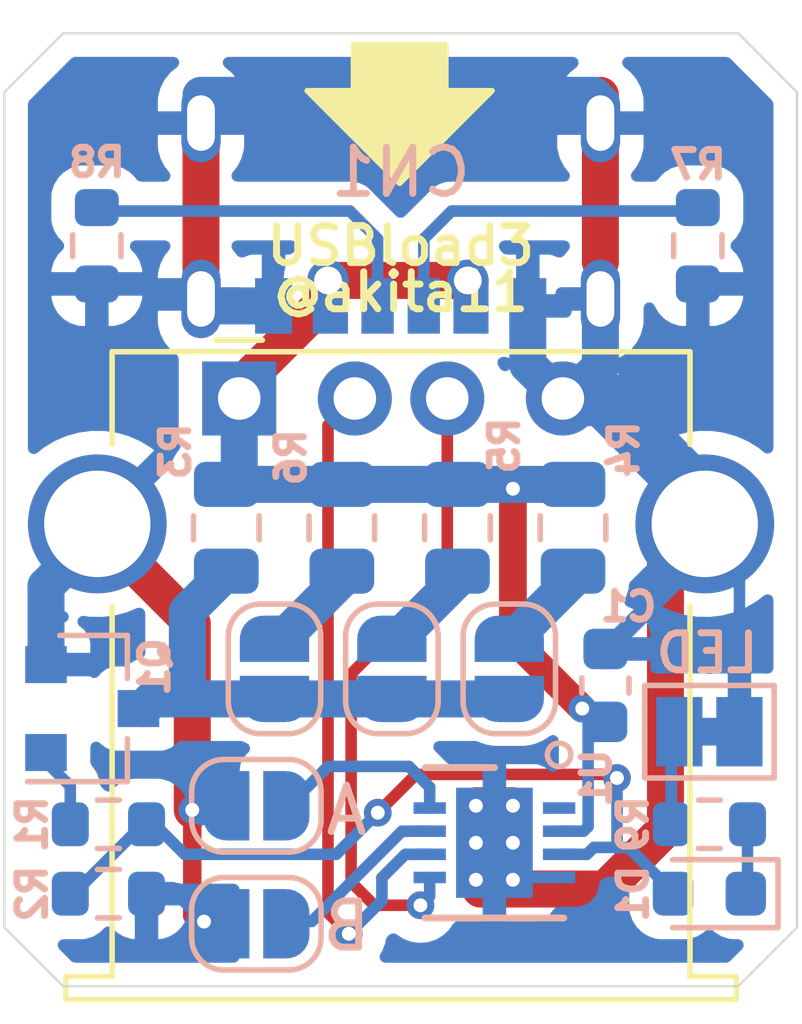
<source format=kicad_pcb>
(kicad_pcb (version 20211014) (generator pcbnew)
  (layers (0 "F.Cu" signal) (31 "B.Cu" signal) (34 "B.Paste" user) (35 "F.Paste" user) (36 "B.SilkS" user "B.Silkscreen") (37 "F.SilkS" user "F.Silkscreen") (38 "B.Mask" user) (39 "F.Mask" user) (44 "Edge.Cuts" user))
  (net 0 "")
  (net 1 "GND")
  (net 2 "+5VD")
  (net 3 "Net-(JP3-Pad1)")
  (net 4 "Net-(Q1-Pad1)")
  (net 5 "Net-(JP3-Pad2)")
  (net 6 "Net-(JP4-Pad2)")
  (net 7 "Net-(JP5-Pad2)")
  (net 8 "/UDP")
  (net 9 "/UDM")
  (net 10 "/MD0")
  (net 11 "/MD1")
  (net 13 "Net-(D1-Pad1)")
  (net 14 "Net-(CN1-PadA5)")
  (net 15 "Net-(CN1-PadB5)")
  (net 16 "/LOAD")
  (net 17 "Net-(JP6-Pad1)")
  (footprint "Connector_USB:USB_A_Stewart_SS-52100-001_Horizontal" (layer "F.Cu") (at 5.08 7.89)
    (fp_text reference "J3" hide)
    (fp_text value "USB_A")
    (fp_line (start 9.75 0.99) (end 9.75 -1.01) (layer "F.SilkS") (width 0.12))
    (fp_line (start -2.75 4.49) (end -2.75 12.49) (layer "F.SilkS") (width 0.12))
    (fp_line (start -2.75 -1.01) (end -2.75 0.99) (layer "F.SilkS") (width 0.12))
    (fp_line (start -3.75 12.49) (end -3.75 12.99) (layer "F.SilkS") (width 0.12))
    (fp_line (start -0.5 -1.26) (end 0.5 -1.26) (layer "F.SilkS") (width 0.12))
    (fp_line (start -3.75 12.99) (end 10.75 12.99) (layer "F.SilkS") (width 0.12))
    (fp_line (start -2.75 12.49) (end -3.75 12.49) (layer "F.SilkS") (width 0.12))
    (fp_line (start 9.75 12.49) (end 9.75 4.49) (layer "F.SilkS") (width 0.12))
    (fp_line (start 10.75 12.49) (end 9.75 12.49) (layer "F.SilkS") (width 0.12))
    (fp_line (start 9.75 -1.01) (end -2.75 -1.01) (layer "F.SilkS") (width 0.12))
    (fp_line (start 10.75 12.99) (end 10.75 12.49) (layer "F.SilkS") (width 0.12))
    (pad "1" thru_hole rect locked (at 0 0) (size 1.6 1.6) (drill 0.92) (layers *.Cu *.Mask) (net 2 "+5VD"))
    (pad "2" thru_hole circle locked (at 2.5 0) (size 1.6 1.6) (drill 0.92) (layers *.Cu *.Mask) (net 9 "/UDM"))
    (pad "3" thru_hole circle locked (at 4.5 0) (size 1.6 1.6) (drill 0.92) (layers *.Cu *.Mask) (net 8 "/UDP"))
    (pad "4" thru_hole circle locked (at 7 0) (size 1.6 1.6) (drill 0.92) (layers *.Cu *.Mask) (net 1 "GND"))
    (pad "5" thru_hole circle locked (at 10.07 2.71) (size 3 3) (drill 2.3) (layers *.Cu *.Mask) (net 1 "GND"))
    (pad "5" thru_hole circle locked (at -3.07 2.71) (size 3 3) (drill 2.3) (layers *.Cu *.Mask) (net 1 "GND"))
  )
  (footprint "Resistor_SMD:R_0805_2012Metric" (layer "B.Cu") (at 12.3 10.684 -90)
    (fp_text reference "R4" (at -1.694 -1.1 90) (layer "B.SilkS") (effects (font (size 0.6 0.6)) (justify mirror)))
    (fp_text value "51")
    (fp_line (start -0.258578 0.71) (end 0.258578 0.71) (layer "B.SilkS") (width 0.12))
    (fp_line (start -0.258578 -0.71) (end 0.258578 -0.71) (layer "B.SilkS") (width 0.12))
    (pad "1" smd roundrect locked (at -0.9375 0 270) (size 0.975 1.4) (layers "B.Cu" "B.Paste" "B.Mask") (net 2 "+5VD"))
    (pad "2" smd roundrect locked (at 0.9375 0 270) (size 0.975 1.4) (layers "B.Cu" "B.Paste" "B.Mask") (net 5 "Net-(JP3-Pad2)"))
  )
  (footprint "Jumper:SolderJumper-2_P1.3mm_Open_RoundedPad1.0x1.5mm" (layer "B.Cu") (at 8.382 13.732 90)
    (fp_text reference "JP4" hide)
    (fp_text value "SolderJumper_2_Open")
    (fp_line (start 0.7 -1) (end -0.7 -1) (layer "B.SilkS") (width 0.12))
    (fp_line (start -0.7 1) (end 0.7 1) (layer "B.SilkS") (width 0.12))
    (fp_line (start -1.4 -0.3) (end -1.4 0.3) (layer "B.SilkS") (width 0.12))
    (fp_line (start 1.4 0.3) (end 1.4 -0.3) (layer "B.SilkS") (width 0.12))
    (fp_arc (start 0.7 -1) (mid 1.194975 -0.794975) (end 1.4 -0.3) (layer "B.SilkS") (width 0.12))
    (fp_arc (start -0.7 1) (mid -1.194975 0.794975) (end -1.4 0.3) (layer "B.SilkS") (width 0.12))
    (fp_arc (start 1.4 0.3) (mid 1.194975 0.794975) (end 0.7 1) (layer "B.SilkS") (width 0.12))
    (fp_arc (start -1.4 -0.3) (mid -1.194975 -0.794975) (end -0.7 -1) (layer "B.SilkS") (width 0.12))
    (pad "1" smd custom locked (at -0.65 0 90) (size 1 0.5) (layers "B.Cu" "B.Mask") (net 3 "Net-(JP3-Pad1)") (options (clearance outline) (anchor rect)) (primitives (gr_circle (center 0 -0.25) (end 0.5 -0.25) (width 0) (fill yes)) (gr_circle (center 0 0.25) (end 0.5 0.25) (width 0) (fill yes)) (gr_poly (pts (xy 0.5 0.75) (xy 0 0.75) (xy 0 -0.75) (xy 0.5 -0.75)) (width 0) (fill yes))))
    (pad "2" smd custom locked (at 0.65 0 90) (size 1 0.5) (layers "B.Cu" "B.Mask") (net 6 "Net-(JP4-Pad2)") (options (clearance outline) (anchor rect)) (primitives (gr_circle (center 0 -0.25) (end 0.5 -0.25) (width 0) (fill yes)) (gr_circle (center 0 0.25) (end 0.5 0.25) (width 0) (fill yes)) (gr_poly (pts (xy 0 0.75) (xy -0.5 0.75) (xy -0.5 -0.75) (xy 0 -0.75)) (width 0) (fill yes))))
  )
  (footprint "Package_TO_SOT_SMD:SOT-23" (layer "B.Cu") (at 1.9 14.59)
    (fp_text reference "Q1" (at 1.35 -0.9 90) (layer "B.SilkS") (effects (font (size 0.6 0.6)) (justify mirror)))
    (fp_text value "SMD-MOSFET-N-CH-20V-2.1A-CJ2302_SOT-23_")
    (fp_line (start 0.76 1.58) (end -1.4 1.58) (layer "B.SilkS") (width 0.12))
    (fp_line (start 0.76 1.58) (end 0.76 0.65) (layer "B.SilkS") (width 0.12))
    (fp_line (start 0.76 -1.58) (end 0.76 -0.65) (layer "B.SilkS") (width 0.12))
    (fp_line (start 0.76 -1.58) (end -0.7 -1.58) (layer "B.SilkS") (width 0.12))
    (pad "1" smd rect locked (at -1 0.95) (size 0.9 0.8) (layers "B.Cu" "B.Paste" "B.Mask") (net 4 "Net-(Q1-Pad1)"))
    (pad "2" smd rect locked (at -1 -0.95) (size 0.9 0.8) (layers "B.Cu" "B.Paste" "B.Mask") (net 1 "GND"))
    (pad "3" smd rect locked (at 1 0) (size 0.9 0.8) (layers "B.Cu" "B.Paste" "B.Mask") (net 3 "Net-(JP3-Pad1)"))
  )
  (footprint "Jumper:SolderJumper-2_P1.3mm_Open_RoundedPad1.0x1.5mm" (layer "B.Cu") (at 10.922 13.732 90)
    (fp_text reference "JP3" hide)
    (fp_text value "SolderJumper_2_Open")
    (fp_line (start -0.7 1) (end 0.7 1) (layer "B.SilkS") (width 0.12))
    (fp_line (start 0.7 -1) (end -0.7 -1) (layer "B.SilkS") (width 0.12))
    (fp_line (start 1.4 0.3) (end 1.4 -0.3) (layer "B.SilkS") (width 0.12))
    (fp_line (start -1.4 -0.3) (end -1.4 0.3) (layer "B.SilkS") (width 0.12))
    (fp_arc (start -1.4 -0.3) (mid -1.194975 -0.794975) (end -0.7 -1) (layer "B.SilkS") (width 0.12))
    (fp_arc (start 1.4 0.3) (mid 1.194975 0.794975) (end 0.7 1) (layer "B.SilkS") (width 0.12))
    (fp_arc (start -0.7 1) (mid -1.194975 0.794975) (end -1.4 0.3) (layer "B.SilkS") (width 0.12))
    (fp_arc (start 0.7 -1) (mid 1.194975 -0.794975) (end 1.4 -0.3) (layer "B.SilkS") (width 0.12))
    (pad "1" smd custom locked (at -0.65 0 90) (size 1 0.5) (layers "B.Cu" "B.Mask") (net 3 "Net-(JP3-Pad1)") (options (clearance outline) (anchor rect)) (primitives (gr_circle (center 0 -0.25) (end 0.5 -0.25) (width 0) (fill yes)) (gr_circle (center 0 0.25) (end 0.5 0.25) (width 0) (fill yes)) (gr_poly (pts (xy 0.5 0.75) (xy 0 0.75) (xy 0 -0.75) (xy 0.5 -0.75)) (width 0) (fill yes))))
    (pad "2" smd custom locked (at 0.65 0 90) (size 1 0.5) (layers "B.Cu" "B.Mask") (net 5 "Net-(JP3-Pad2)") (options (clearance outline) (anchor rect)) (primitives (gr_circle (center 0 -0.25) (end 0.5 -0.25) (width 0) (fill yes)) (gr_circle (center 0 0.25) (end 0.5 0.25) (width 0) (fill yes)) (gr_poly (pts (xy 0 0.75) (xy -0.5 0.75) (xy -0.5 -0.75) (xy 0 -0.75)) (width 0) (fill yes))))
  )
  (footprint "Jumper:SolderJumper-2_P1.3mm_Open_RoundedPad1.0x1.5mm" (layer "B.Cu") (at 5.45 19.24)
    (fp_text reference "JP1" hide)
    (fp_text value "SolderJumper_2_Open")
    (fp_line (start -1.4 -0.3) (end -1.4 0.3) (layer "B.SilkS") (width 0.12))
    (fp_line (start -0.7 1) (end 0.7 1) (layer "B.SilkS") (width 0.12))
    (fp_line (start 0.7 -1) (end -0.7 -1) (layer "B.SilkS") (width 0.12))
    (fp_line (start 1.4 0.3) (end 1.4 -0.3) (layer "B.SilkS") (width 0.12))
    (fp_arc (start -0.7 1) (mid -1.194975 0.794975) (end -1.4 0.3) (layer "B.SilkS") (width 0.12))
    (fp_arc (start 1.4 0.3) (mid 1.194975 0.794975) (end 0.7 1) (layer "B.SilkS") (width 0.12))
    (fp_arc (start 0.7 -1) (mid 1.194975 -0.794975) (end 1.4 -0.3) (layer "B.SilkS") (width 0.12))
    (fp_arc (start -1.4 -0.3) (mid -1.194975 -0.794975) (end -0.7 -1) (layer "B.SilkS") (width 0.12))
    (pad "1" smd custom locked (at -0.65 0) (size 1 0.5) (layers "B.Cu" "B.Mask") (net 1 "GND") (options (clearance outline) (anchor rect)) (primitives (gr_circle (center 0 -0.25) (end 0.5 -0.25) (width 0) (fill yes)) (gr_circle (center 0 0.25) (end 0.5 0.25) (width 0) (fill yes)) (gr_poly (pts (xy 0.5 0.75) (xy 0 0.75) (xy 0 -0.75) (xy 0.5 -0.75)) (width 0) (fill yes))))
    (pad "2" smd custom locked (at 0.65 0) (size 1 0.5) (layers "B.Cu" "B.Mask") (net 10 "/MD0") (options (clearance outline) (anchor rect)) (primitives (gr_circle (center 0 -0.25) (end 0.5 -0.25) (width 0) (fill yes)) (gr_circle (center 0 0.25) (end 0.5 0.25) (width 0) (fill yes)) (gr_poly (pts (xy 0 0.75) (xy -0.5 0.75) (xy -0.5 -0.75) (xy 0 -0.75)) (width 0) (fill yes))))
  )
  (footprint "Jumper:SolderJumper-2_P1.3mm_Open_RoundedPad1.0x1.5mm" (layer "B.Cu") (at 5.842 13.732 90)
    (fp_text reference "JP5" hide)
    (fp_text value "SolderJumper_2_Open")
    (fp_line (start 0.7 -1) (end -0.7 -1) (layer "B.SilkS") (width 0.12))
    (fp_line (start -0.7 1) (end 0.7 1) (layer "B.SilkS") (width 0.12))
    (fp_line (start 1.4 0.3) (end 1.4 -0.3) (layer "B.SilkS") (width 0.12))
    (fp_line (start -1.4 -0.3) (end -1.4 0.3) (layer "B.SilkS") (width 0.12))
    (fp_arc (start 0.7 -1) (mid 1.194975 -0.794975) (end 1.4 -0.3) (layer "B.SilkS") (width 0.12))
    (fp_arc (start 1.4 0.3) (mid 1.194975 0.794975) (end 0.7 1) (layer "B.SilkS") (width 0.12))
    (fp_arc (start -0.7 1) (mid -1.194975 0.794975) (end -1.4 0.3) (layer "B.SilkS") (width 0.12))
    (fp_arc (start -1.4 -0.3) (mid -1.194975 -0.794975) (end -0.7 -1) (layer "B.SilkS") (width 0.12))
    (pad "1" smd custom locked (at -0.65 0 90) (size 1 0.5) (layers "B.Cu" "B.Mask") (net 3 "Net-(JP3-Pad1)") (options (clearance outline) (anchor rect)) (primitives (gr_circle (center 0 -0.25) (end 0.5 -0.25) (width 0) (fill yes)) (gr_circle (center 0 0.25) (end 0.5 0.25) (width 0) (fill yes)) (gr_poly (pts (xy 0.5 0.75) (xy 0 0.75) (xy 0 -0.75) (xy 0.5 -0.75)) (width 0) (fill yes))))
    (pad "2" smd custom locked (at 0.65 0 90) (size 1 0.5) (layers "B.Cu" "B.Mask") (net 7 "Net-(JP5-Pad2)") (options (clearance outline) (anchor rect)) (primitives (gr_circle (center 0 -0.25) (end 0.5 -0.25) (width 0) (fill yes)) (gr_circle (center 0 0.25) (end 0.5 0.25) (width 0) (fill yes)) (gr_poly (pts (xy 0 0.75) (xy -0.5 0.75) (xy -0.5 -0.75) (xy 0 -0.75)) (width 0) (fill yes))))
  )
  (footprint "Resistor_SMD:R_0805_2012Metric" (layer "B.Cu") (at 9.8 10.684 -90)
    (fp_text reference "R5" (at -1.778 -1.016 90) (layer "B.SilkS") (effects (font (size 0.6 0.6)) (justify mirror)))
    (fp_text value "51")
    (fp_line (start -0.258578 0.71) (end 0.258578 0.71) (layer "B.SilkS") (width 0.12))
    (fp_line (start -0.258578 -0.71) (end 0.258578 -0.71) (layer "B.SilkS") (width 0.12))
    (pad "1" smd roundrect locked (at -0.9375 0 270) (size 0.975 1.4) (layers "B.Cu" "B.Paste" "B.Mask") (net 2 "+5VD"))
    (pad "2" smd roundrect locked (at 0.9375 0 270) (size 0.975 1.4) (layers "B.Cu" "B.Paste" "B.Mask") (net 6 "Net-(JP4-Pad2)"))
  )
  (footprint "Jumper:SolderJumper-2_P1.3mm_Open_RoundedPad1.0x1.5mm" (layer "B.Cu") (at 5.45 16.69)
    (fp_text reference "JP2" hide)
    (fp_text value "SolderJumper_2_Open")
    (fp_line (start -0.7 1) (end 0.7 1) (layer "B.SilkS") (width 0.12))
    (fp_line (start 1.4 0.3) (end 1.4 -0.3) (layer "B.SilkS") (width 0.12))
    (fp_line (start -1.4 -0.3) (end -1.4 0.3) (layer "B.SilkS") (width 0.12))
    (fp_line (start 0.7 -1) (end -0.7 -1) (layer "B.SilkS") (width 0.12))
    (fp_arc (start 1.4 0.3) (mid 1.194975 0.794975) (end 0.7 1) (layer "B.SilkS") (width 0.12))
    (fp_arc (start -1.4 -0.3) (mid -1.194975 -0.794975) (end -0.7 -1) (layer "B.SilkS") (width 0.12))
    (fp_arc (start -0.7 1) (mid -1.194975 0.794975) (end -1.4 0.3) (layer "B.SilkS") (width 0.12))
    (fp_arc (start 0.7 -1) (mid 1.194975 -0.794975) (end 1.4 -0.3) (layer "B.SilkS") (width 0.12))
    (pad "1" smd custom locked (at -0.65 0) (size 1 0.5) (layers "B.Cu" "B.Mask") (net 1 "GND") (options (clearance outline) (anchor rect)) (primitives (gr_circle (center 0 -0.25) (end 0.5 -0.25) (width 0) (fill yes)) (gr_circle (center 0 0.25) (end 0.5 0.25) (width 0) (fill yes)) (gr_poly (pts (xy 0.5 0.75) (xy 0 0.75) (xy 0 -0.75) (xy 0.5 -0.75)) (width 0) (fill yes))))
    (pad "2" smd custom locked (at 0.65 0) (size 1 0.5) (layers "B.Cu" "B.Mask") (net 11 "/MD1") (options (clearance outline) (anchor rect)) (primitives (gr_circle (center 0 -0.25) (end 0.5 -0.25) (width 0) (fill yes)) (gr_circle (center 0 0.25) (end 0.5 0.25) (width 0) (fill yes)) (gr_poly (pts (xy 0 0.75) (xy -0.5 0.75) (xy -0.5 -0.75) (xy 0 -0.75)) (width 0) (fill yes))))
  )
  (footprint "Resistor_SMD:R_0805_2012Metric" (layer "B.Cu") (at 4.8 10.684 -90)
    (fp_text reference "R3" (at -1.651 1.1 90) (layer "B.SilkS") (effects (font (size 0.6 0.6)) (justify mirror)))
    (fp_text value "51")
    (fp_line (start -0.258578 0.71) (end 0.258578 0.71) (layer "B.SilkS") (width 0.12))
    (fp_line (start -0.258578 -0.71) (end 0.258578 -0.71) (layer "B.SilkS") (width 0.12))
    (pad "1" smd roundrect locked (at -0.9375 0 270) (size 0.975 1.4) (layers "B.Cu" "B.Paste" "B.Mask") (net 2 "+5VD"))
    (pad "2" smd roundrect locked (at 0.9375 0 270) (size 0.975 1.4) (layers "B.Cu" "B.Paste" "B.Mask") (net 3 "Net-(JP3-Pad1)"))
  )
  (footprint "Resistor_SMD:R_0805_2012Metric" (layer "B.Cu") (at 7.3 10.684 -90)
    (fp_text reference "R6" (at -1.524 1.1 90) (layer "B.SilkS") (effects (font (size 0.6 0.6)) (justify mirror)))
    (fp_text value "51")
    (fp_line (start -0.258578 0.71) (end 0.258578 0.71) (layer "B.SilkS") (width 0.12))
    (fp_line (start -0.258578 -0.71) (end 0.258578 -0.71) (layer "B.SilkS") (width 0.12))
    (pad "1" smd roundrect locked (at -0.9375 0 270) (size 0.975 1.4) (layers "B.Cu" "B.Paste" "B.Mask") (net 2 "+5VD"))
    (pad "2" smd roundrect locked (at 0.9375 0 270) (size 0.975 1.4) (layers "B.Cu" "B.Paste" "B.Mask") (net 7 "Net-(JP5-Pad2)"))
  )
  (footprint "Capacitor_SMD:C_0603_1608Metric" (layer "B.Cu") (at 13 14.09 -90)
    (fp_text reference "C1" (at -1.7 -0.5) (layer "B.SilkS") (effects (font (size 0.6 0.6)) (justify mirror)))
    (fp_text value "CERAMIC-100NF-50V-10%-X7R_0603_")
    (fp_line (start -0.162779 0.51) (end 0.162779 0.51) (layer "B.SilkS") (width 0.12))
    (fp_line (start -0.162779 -0.51) (end 0.162779 -0.51) (layer "B.SilkS") (width 0.12))
    (pad "1" smd roundrect locked (at -0.7875 0 270) (size 0.875 0.95) (layers "B.Cu" "B.Paste" "B.Mask") (net 1 "GND"))
    (pad "2" smd roundrect locked (at 0.7875 0 270) (size 0.875 0.95) (layers "B.Cu" "B.Paste" "B.Mask") (net 2 "+5VD"))
  )
  (footprint "Resistor_SMD:R_0603_1608Metric" (layer "B.Cu") (at 2.25 18.59)
    (fp_text reference "R2" (at -1.65 0 90) (layer "B.SilkS") (effects (font (size 0.6 0.6)) (justify mirror)))
    (fp_text value "10k")
    (fp_line (start -0.237258 0.5225) (end 0.237258 0.5225) (layer "B.SilkS") (width 0.12))
    (fp_line (start -0.237258 -0.5225) (end 0.237258 -0.5225) (layer "B.SilkS") (width 0.12))
    (pad "1" smd roundrect locked (at -0.825 0) (size 0.8 0.95) (layers "B.Cu" "B.Paste" "B.Mask") (net 16 "/LOAD"))
    (pad "2" smd roundrect locked (at 0.825 0) (size 0.8 0.95) (layers "B.Cu" "B.Paste" "B.Mask") (net 1 "GND"))
  )
  (footprint "Package_DFN_QFN:DFN-8-1EP_3x3mm_P0.5mm_EP1.66x2.38mm" (layer "B.Cu") (at 10.6 17.49 180)
    (fp_text reference "U1" (at -2.2 1.4 90) (layer "B.SilkS") (effects (font (size 0.6 0.6)) (justify mirror)))
    (fp_text value "MCU_STC8G-8P")
    (fp_line (start 0 1.625) (end 1.5 1.625) (layer "B.SilkS") (width 0.15))
    (fp_line (start -1.5 -1.625) (end 1.5 -1.625) (layer "B.SilkS") (width 0.15))
    (pad "1" smd rect locked (at -1.4 0.75 180) (size 0.7 0.25) (layers "B.Cu" "B.Paste" "B.Mask"))
    (pad "2" smd rect locked (at -1.4 0.25 180) (size 0.7 0.25) (layers "B.Cu" "B.Paste" "B.Mask") (net 2 "+5VD"))
    (pad "3" smd rect locked (at -1.4 -0.25 180) (size 0.7 0.25) (layers "B.Cu" "B.Paste" "B.Mask") (net 16 "/LOAD"))
    (pad "4" smd rect locked (at -1.4 -0.75 180) (size 0.7 0.25) (layers "B.Cu" "B.Paste" "B.Mask") (net 1 "GND"))
    (pad "5" smd rect locked (at 1.4 -0.75 180) (size 0.7 0.25) (layers "B.Cu" "B.Paste" "B.Mask") (net 8 "/UDP"))
    (pad "6" smd rect locked (at 1.4 -0.25 180) (size 0.7 0.25) (layers "B.Cu" "B.Paste" "B.Mask") (net 9 "/UDM"))
    (pad "7" smd rect locked (at 1.4 0.25 180) (size 0.7 0.25) (layers "B.Cu" "B.Paste" "B.Mask") (net 10 "/MD0"))
    (pad "8" smd rect locked (at 1.4 0.75 180) (size 0.7 0.25) (layers "B.Cu" "B.Paste" "B.Mask") (net 11 "/MD1"))
    (pad "9" smd rect locked (at 0 0 180) (size 1.66 2.38) (layers "B.Cu" "B.Mask") (net 1 "GND"))
  )
  (footprint "Resistor_SMD:R_0603_1608Metric" (layer "B.Cu") (at 15 4.59 90)
    (fp_text reference "R7" (at 1.75 0) (layer "B.SilkS") (effects (font (size 0.6 0.6)) (justify mirror)))
    (fp_text value "5.1k")
    (fp_line (start -0.237258 0.5225) (end 0.237258 0.5225) (layer "B.SilkS") (width 0.12))
    (fp_line (start -0.237258 -0.5225) (end 0.237258 -0.5225) (layer "B.SilkS") (width 0.12))
    (pad "1" smd roundrect locked (at -0.825 0 90) (size 0.8 0.95) (layers "B.Cu" "B.Paste" "B.Mask") (net 1 "GND"))
    (pad "2" smd roundrect locked (at 0.825 0 90) (size 0.8 0.95) (layers "B.Cu" "B.Paste" "B.Mask") (net 15 "Net-(CN1-PadB5)"))
  )
  (footprint "Resistor_SMD:R_0603_1608Metric" (layer "B.Cu") (at 15.25 17.09 180)
    (fp_text reference "R9" (at 1.65 0 90) (layer "B.SilkS") (effects (font (size 0.6 0.6)) (justify mirror)))
    (fp_text value "10k")
    (fp_line (start -0.237258 0.5225) (end 0.237258 0.5225) (layer "B.SilkS") (width 0.12))
    (fp_line (start -0.237258 -0.5225) (end 0.237258 -0.5225) (layer "B.SilkS") (width 0.12))
    (pad "1" smd roundrect (at -0.825 0 180) (size 0.8 0.95) (layers "B.Cu" "B.Paste" "B.Mask") (net 13 "Net-(D1-Pad1)"))
    (pad "2" smd roundrect (at 0.825 0 180) (size 0.8 0.95) (layers "B.Cu" "B.Paste" "B.Mask") (net 17 "Net-(JP6-Pad1)"))
  )
  (footprint "Resistor_SMD:R_0603_1608Metric" (layer "B.Cu") (at 2 4.59 90)
    (fp_text reference "R8" (at 1.8 0) (layer "B.SilkS") (effects (font (size 0.6 0.6)) (justify mirror)))
    (fp_text value "5.1k")
    (fp_line (start -0.237258 0.5225) (end 0.237258 0.5225) (layer "B.SilkS") (width 0.12))
    (fp_line (start -0.237258 -0.5225) (end 0.237258 -0.5225) (layer "B.SilkS") (width 0.12))
    (pad "1" smd roundrect locked (at -0.825 0 90) (size 0.8 0.95) (layers "B.Cu" "B.Paste" "B.Mask") (net 1 "GND"))
    (pad "2" smd roundrect locked (at 0.825 0 90) (size 0.8 0.95) (layers "B.Cu" "B.Paste" "B.Mask") (net 14 "Net-(CN1-PadA5)"))
  )
  (footprint "LED_SMD:LED_0603_1608Metric" (layer "B.Cu") (at 15.25 18.59 180)
    (fp_text reference "D1" (at 1.65 0 90) (layer "B.SilkS") (effects (font (size 0.6 0.6)) (justify mirror)))
    (fp_text value "LED")
    (fp_line (start 0.8 0.735) (end -1.485 0.735) (layer "B.SilkS") (width 0.12))
    (fp_line (start -1.485 -0.735) (end 0.8 -0.735) (layer "B.SilkS") (width 0.12))
    (fp_line (start -1.485 0.735) (end -1.485 -0.735) (layer "B.SilkS") (width 0.12))
    (pad "1" smd roundrect locked (at -0.7875 0 180) (size 0.875 0.95) (layers "B.Cu" "B.Paste" "B.Mask") (net 13 "Net-(D1-Pad1)"))
    (pad "2" smd roundrect locked (at 0.7875 0 180) (size 0.875 0.95) (layers "B.Cu" "B.Paste" "B.Mask") (net 16 "/LOAD"))
  )
  (footprint "Jumper:SolderJumper-2_P1.3mm_Bridged_Pad1.0x1.5mm" (layer "B.Cu") (at 15.25 15.09)
    (fp_text reference "JP6" hide)
    (fp_text value "Jumper_2_Bridged")
    (fp_poly (pts (xy -0.25 0.3) (xy 0.25 0.3) (xy 0.25 -0.3) (xy -0.25 -0.3)) (layer "B.Cu") (width 0) (fill solid))
    (fp_line (start -1.4 1) (end 1.4 1) (layer "B.SilkS") (width 0.12))
    (fp_line (start 1.4 1) (end 1.4 -1) (layer "B.SilkS") (width 0.12))
    (fp_line (start 1.4 -1) (end -1.4 -1) (layer "B.SilkS") (width 0.12))
    (fp_line (start -1.4 -1) (end -1.4 1) (layer "B.SilkS") (width 0.12))
    (pad "1" smd rect locked (at -0.65 0) (size 1 1.5) (layers "B.Cu" "B.Mask") (net 17 "Net-(JP6-Pad1)"))
    (pad "2" smd rect locked (at 0.65 0) (size 1 1.5) (layers "B.Cu" "B.Mask") (net 1 "GND"))
  )
  (footprint "Resistor_SMD:R_0603_1608Metric" (layer "B.Cu") (at 2.25 17.09 180)
    (fp_text reference "R1" (at 1.65 0 90) (layer "B.SilkS") (effects (font (size 0.6 0.6)) (justify mirror)))
    (fp_text value "100")
    (fp_line (start -0.237258 -0.5225) (end 0.237258 -0.5225) (layer "B.SilkS") (width 0.12))
    (fp_line (start -0.237258 0.5225) (end 0.237258 0.5225) (layer "B.SilkS") (width 0.12))
    (pad "1" smd roundrect locked (at -0.825 0 180) (size 0.8 0.95) (layers "B.Cu" "B.Paste" "B.Mask") (net 16 "/LOAD"))
    (pad "2" smd roundrect locked (at 0.825 0 180) (size 0.8 0.95) (layers "B.Cu" "B.Paste" "B.Mask") (net 4 "Net-(Q1-Pad1)"))
  )
  (footprint "akita:USB-C_6P" (layer "B.Cu") (at 8.5725 3.84)
    (fp_text reference "CN1" (at 0 -0.25) (layer "B.SilkS") (effects (justify bottom mirror)))
    (fp_text value "CON_USB-C-6" hide)
    (pad "A5" smd rect (at -0.5 2.05) (size 0.7 1.2) (layers "B.Cu" "B.Paste" "B.Mask") (net 14 "Net-(CN1-PadA5)"))
    (pad "A9" smd rect (at 1.52 2.05) (size 0.76 1.2) (layers "B.Cu" "B.Paste" "B.Mask") (net 2 "+5VD"))
    (pad "A12" smd rect (at 2.75 2.05) (size 0.8 1.2) (layers "B.Cu" "B.Paste" "B.Mask") (net 1 "GND"))
    (pad "B5" smd rect (at 0.5 2.05) (size 0.7 1.2) (layers "B.Cu" "B.Paste" "B.Mask") (net 15 "Net-(CN1-PadB5)"))
    (pad "B9" smd rect (at -1.52 2.05) (size 0.76 1.2) (layers "B.Cu" "B.Paste" "B.Mask") (net 2 "+5VD"))
    (pad "B12" smd rect (at -2.75 2.05) (size 0.8 1.2) (layers "B.Cu" "B.Paste" "B.Mask") (net 1 "GND"))
    (pad "FG" thru_hole roundrect (at -4.32 -1.9) (size 0.85 1.7) (drill oval 0.6 1.2) (layers *.Cu *.Mask "B.Paste") (roundrect_rratio 0.5) (net 1 "GND"))
    (pad "FG" thru_hole roundrect (at 4.32 -1.9) (size 0.85 1.7) (drill oval 0.6 1.2) (layers *.Cu *.Mask "B.Paste") (roundrect_rratio 0.5) (net 1 "GND"))
    (pad "FG" thru_hole roundrect (at 4.32 1.9) (size 0.85 1.7) (drill oval 0.6 1.2) (layers *.Cu *.Mask "B.Paste") (roundrect_rratio 0.5) (net 1 "GND"))
    (pad "FG" thru_hole roundrect (at -4.32 1.9) (size 0.85 1.7) (drill oval 0.6 1.2) (layers *.Cu *.Mask "B.Paste") (roundrect_rratio 0.5) (net 1 "GND"))
  )
  (gr_circle (center 12 15.59) (end 12 15.844) (layer "B.SilkS") (width 0.12) (fill none))
  (gr_poly (pts (xy 9.55 1.24) (xy 10.55 1.24) (xy 8.55 3.24) (xy 6.55 1.24) (xy 7.55 1.24) (xy 7.55 0.24) (xy 9.55 0.24)) (layer "F.SilkS") (width 0.12) (fill solid))
  (gr_line (start 15.875 20.59) (end 1.27 20.59) (layer "Edge.Cuts") (width 0.05))
  (gr_line (start 0 19.32) (end 0 1.27) (layer "Edge.Cuts") (width 0.05))
  (gr_line (start 0 1.27) (end 1.27 0) (layer "Edge.Cuts") (width 0.05))
  (gr_line (start 15.875 0) (end 17.145 1.27) (layer "Edge.Cuts") (width 0.05))
  (gr_line (start 17.145 1.27) (end 17.145 19.32) (layer "Edge.Cuts") (width 0.05))
  (gr_line (start 1.27 0) (end 15.875 0) (layer "Edge.Cuts") (width 0.05))
  (gr_line (start 17.145 19.32) (end 15.875 20.59) (layer "Edge.Cuts") (width 0.05))
  (gr_line (start 1.27 20.59) (end 0 19.32) (layer "Edge.Cuts") (width 0.05))
  (gr_text "LED" (at 15.2 13.39) (layer "B.SilkS") (effects (font (size 0.8 0.8)) (justify mirror)))
  (gr_text "B" (at 7.4 19.29) (layer "B.SilkS") (effects (font (size 1 1)) (justify mirror)))
  (gr_text "A\n" (at 7.4 16.79) (layer "B.SilkS") (effects (font (size 1 1)) (justify mirror)))
  (gr_text "@akita11" (at 8.5725 5.59) (layer "F.SilkS") (effects (font (size 0.8 0.8))))
  (gr_text "USBload3" (at 8.5725 4.59) (layer "F.SilkS") (effects (font (size 0.8 0.8))))
  (segment (start 4.064 19.066) (end 4.191 19.066) (width 0.4) (layer "F.Cu") (net 1))
  (segment (start 10.3 18.49) (end 13 18.49) (width 0.8) (layer "F.Cu") (net 1))
  (segment (start 4.191 19.066) (end 4.318 19.193) (width 0.4) (layer "F.Cu") (net 1))
  (segment (start 13 18.49) (end 14.3 17.19) (width 0.8) (layer "F.Cu") (net 1))
  (segment (start 11 18.29) (end 11 16.69) (width 0.8) (layer "F.Cu") (net 1))
  (segment (start 10.2 18.29) (end 11 18.29) (width 0.8) (layer "F.Cu") (net 1))
  (segment (start 4.064 12.754) (end 2 10.69) (width 0.8) (layer "F.Cu") (net 1))
  (segment (start 4.2525 1.34) (end 4.2525 5.0875) (width 0.8) (layer "F.Cu") (net 1))
  (segment (start 4.064 16.78) (end 4.064 12.754) (width 0.8) (layer "F.Cu") (net 1))
  (segment (start 14.478 11.272) (end 15.15 10.6) (width 0.25) (layer "F.Cu") (net 1))
  (segment (start 10.2 16.69) (end 11 16.69) (width 0.8) (layer "F.Cu") (net 1))
  (segment (start 12.8925 1.34) (end 12.8925 4.9475) (width 0.8) (layer "F.Cu") (net 1))
  (segment (start 14.3 17.19) (end 14.3 11.29) (width 0.8) (layer "F.Cu") (net 1))
  (segment (start 10.2 16.69) (end 10.2 18.29) (width 0.8) (layer "F.Cu") (net 1))
  (segment (start 4.064 16.78) (end 4.064 19.066) (width 0.4) (layer "F.Cu") (net 1))
  (via (at 10.2 18.29) (size 0.6) (drill 0.3) (layers "F.Cu" "B.Cu") (net 1))
  (via (at 10.2 17.49) (size 0.6) (drill 0.3) (layers "F.Cu" "B.Cu") (net 1))
  (via (at 10.2 16.69) (size 0.6) (drill 0.3) (layers "F.Cu" "B.Cu") (net 1))
  (via (at 4.064 16.78) (size 0.6) (drill 0.3) (layers "F.Cu" "B.Cu") (net 1))
  (via (at 4.318 19.193) (size 0.6) (drill 0.3) (layers "F.Cu" "B.Cu") (net 1))
  (via (at 11 17.49) (size 0.6) (drill 0.3) (layers "F.Cu" "B.Cu") (net 1))
  (via (at 11 16.69) (size 0.6) (drill 0.3) (layers "F.Cu" "B.Cu") (net 1))
  (via (at 11 18.29) (size 0.6) (drill 0.3) (layers "F.Cu" "B.Cu") (net 1))
  (segment (start 4.318 19.193) (end 4.826 19.193) (width 0.4) (layer "B.Cu") (net 1))
  (segment (start 15.25 11.09) (end 15.25 10.59) (width 0.4) (layer "B.Cu") (net 1))
  (segment (start 3.715 18.59) (end 4.318 19.193) (width 0.25) (layer "B.Cu") (net 1))
  (segment (start 15.9 10.99) (end 15.25 10.34) (width 0.25) (layer "B.Cu") (net 1))
  (segment (start 12.954 7.89) (end 15.15 10.086) (width 1.2) (layer "B.Cu") (net 1))
  (segment (start 0.9 13.64) (end 0.9 11.94) (width 0.8) (layer "B.Cu") (net 1))
  (segment (start 12.08 7.89) (end 12.954 7.89) (width 1.2) (layer "B.Cu") (net 1))
  (segment (start 0.9 11.94) (end 2 10.84) (width 0.8) (layer "B.Cu") (net 1))
  (segment (start 4.2525 1.34) (end 12.75 1.34) (width 0.8) (layer "B.Cu") (net 1))
  (segment (start 4.8 16.69) (end 4.154 16.69) (width 0.4) (layer "B.Cu") (net 1))
  (segment (start 15.15 10.086) (end 15.15 10.6) (width 1.2) (layer "B.Cu") (net 1))
  (segment (start 5.8225 5.89) (end 4.3 5.89) (width 0.8) (layer "B.Cu") (net 1))
  (segment (start 12.05 18.24) (end 11.15 18.24) (width 0.25) (layer "B.Cu") (net 1))
  (segment (start 3.925 5.415) (end 4.25 5.09) (width 0.25) (layer "B.Cu") (net 1))
  (segment (start 12.8925 7.1975) (end 12.25 7.84) (width 0.8) (layer "B.Cu") (net 1))
  (segment (start 2 11.072) (end 2 10.59) (width 1.2) (layer "B.Cu") (net 1))
  (segment (start 15.9 11.49) (end 15 10.59) (width 0.25) (layer "B.Cu") (net 1))
  (segment (start 12.8925 5.74) (end 12.8925 7.1975) (width 0.8) (layer "B.Cu") (net 1))
  (segment (start 4.154 16.69) (end 4.064 16.78) (width 0.4) (layer "B.Cu") (net 1))
  (segment (start 3.075 18.59) (end 3.715 18.59) (width 0.25) (layer "B.Cu") (net 1))
  (segment (start 13 13.3025) (end 13.0375 13.3025) (width 0.4) (layer "B.Cu") (net 1))
  (segment (start 13.0375 13.3025) (end 15.25 11.09) (width 0.4) (layer "B.Cu") (net 1))
  (segment (start 11.15 18.24) (end 11.1 18.19) (width 0.25) (layer "B.Cu") (net 1))
  (segment (start 4.064 16.78) (end 4.826 16.78) (width 0.4) (layer "B.Cu") (net 1))
  (segment (start 11.3225 5.89) (end 11.3225 7.1625) (width 0.8) (layer "B.Cu") (net 1))
  (segment (start 2 5.415) (end 3.925 5.415) (width 0.25) (layer "B.Cu") (net 1))
  (segment (start 4.3 5.89) (end 4.25 5.84) (width 0.8) (layer "B.Cu") (net 1))
  (segment (start 15.9 15.09) (end 15.9 10.99) (width 0.25) (layer "B.Cu") (net 1))
  (segment (start 11.3225 7.1625) (end 12 7.84) (width 0.8) (layer "B.Cu") (net 1))
  (segment (start 11 13.09) (end 12.5 14.59) (width 0.6) (layer "F.Cu") (net 2))
  (segment (start 5.08 7.89) (end 5.08 7.635) (width 0.8) (layer "F.Cu") (net 2))
  (segment (start 11 9.84) (end 11 13.09) (width 0.6) (layer "F.Cu") (net 2))
  (segment (start 5.08 7.635) (end 7 5.715) (width 0.8) (layer "F.Cu") (net 2))
  (segment (start 7 5.34) (end 10.024402 5.34) (width 0.8) (layer "F.Cu") (net 2))
  (segment (start 7 5.715) (end 7 5.34) (width 0.8) (layer "F.Cu") (net 2))
  (via (at 11 9.84) (size 0.6) (drill 0.3) (layers "F.Cu" "B.Cu") (net 2))
  (via (at 7 5.34) (size 0.9) (drill 0.6) (layers "F.Cu" "B.Cu") (net 2))
  (via (at 12.5 14.59) (size 0.6) (drill 0.3) (layers "F.Cu" "B.Cu") (net 2))
  (via (at 10.024402 5.34) (size 0.9) (drill 0.6) (layers "F.Cu" "B.Cu") (net 2))
  (segment (start 12.3 9.7465) (end 4.9065 9.7465) (width 0.8) (layer "B.Cu") (net 2))
  (segment (start 12.5 14.59) (end 12.7875 14.8775) (width 0.25) (layer "B.Cu") (net 2))
  (segment (start 12.528822 17.24) (end 12 17.24) (width 0.25) (layer "B.Cu") (net 2))
  (segment (start 5.08 9.51) (end 5 9.59) (width 0.8) (layer "B.Cu") (net 2))
  (segment (start 5.08 7.89) (end 5.08 9.51) (width 0.8) (layer "B.Cu") (net 2))
  (segment (start 12.7875 14.8775) (end 13 14.8775) (width 0.25) (layer "B.Cu") (net 2))
  (segment (start 12.626911 17.141911) (end 12.528822 17.24) (width 0.25) (layer "B.Cu") (net 2))
  (segment (start 12.626911 14.716911) (end 12.626911 17.141911) (width 0.25) (layer "B.Cu") (net 2))
  (segment (start 12.5 14.59) (end 12.626911 14.716911) (width 0.25) (layer "B.Cu") (net 2))
  (segment (start 3.958 14.382) (end 3.208 14.382) (width 0.8) (layer "B.Cu") (net 3))
  (segment (start 3.958 12.4895) (end 3.958 14.382) (width 0.8) (layer "B.Cu") (net 3))
  (segment (start 5.842 14.382) (end 10.958 14.382) (width 0.8) (layer "B.Cu") (net 3))
  (segment (start 10.958 14.382) (end 11 14.34) (width 0.8) (layer "B.Cu") (net 3))
  (segment (start 5.842 14.382) (end 3.958 14.382) (width 0.8) (layer "B.Cu") (net 3))
  (segment (start 4.826 11.6215) (end 3.958 12.4895) (width 0.8) (layer "B.Cu") (net 3))
  (segment (start 3.208 14.382) (end 3 14.59) (width 0.8) (layer "B.Cu") (net 3))
  (segment (start 1.425 17.09) (end 1.425 16.265) (width 0.25) (layer "B.Cu") (net 4))
  (segment (start 1.425 16.265) (end 0.75 15.59) (width 0.25) (layer "B.Cu") (net 4))
  (segment (start 10.922 13.082) (end 11.008 13.082) (width 0.8) (layer "B.Cu") (net 5))
  (segment (start 12.25 11.84) (end 12.25 11.59) (width 0.8) (layer "B.Cu") (net 5))
  (segment (start 11.008 13.082) (end 12.25 11.84) (width 0.8) (layer "B.Cu") (net 5))
  (segment (start 9.75 11.84) (end 9.75 11.59) (width 0.8) (layer "B.Cu") (net 6))
  (segment (start 8.382 13.082) (end 8.508 13.082) (width 0.8) (layer "B.Cu") (net 6))
  (segment (start 8.508 13.082) (end 9.75 11.84) (width 0.8) (layer "B.Cu") (net 6))
  (segment (start 5.842 13.082) (end 6.008 13.082) (width 0.8) (layer "B.Cu") (net 7))
  (segment (start 6.008 13.082) (end 7.25 11.84) (width 0.8) (layer "B.Cu") (net 7))
  (segment (start 7.25 11.84) (end 7.25 11.59) (width 0.8) (layer "B.Cu") (net 7))
  (segment (start 7.5 18.34) (end 7.5 13.84) (width 0.25) (layer "F.Cu") (net 8))
  (segment (start 8 18.84) (end 7.5 18.34) (width 0.25) (layer "F.Cu") (net 8))
  (segment (start 9 18.84) (end 8 18.84) (width 0.25) (layer "F.Cu") (net 8))
  (segment (start 9.58 11.76) (end 9.58 7.89) (width 0.25) (layer "F.Cu") (net 8))
  (segment (start 7.5 13.84) (end 9.58 11.76) (width 0.25) (layer "F.Cu") (net 8))
  (via (at 9 18.84) (size 0.6) (drill 0.3) (layers "F.Cu" "B.Cu") (net 8))
  (segment (start 9.2 18.24) (end 9.2 18.64) (width 0.25) (layer "B.Cu") (net 8))
  (segment (start 9.2 18.64) (end 9 18.84) (width 0.25) (layer "B.Cu") (net 8))
  (segment (start 7.45 19.45586) (end 7 19.00586) (width 0.25) (layer "F.Cu") (net 9))
  (segment (start 7 19.00586) (end 7 8.47) (width 0.25) (layer "F.Cu") (net 9))
  (segment (start 7 8.47) (end 7.58 7.89) (width 0.25) (layer "F.Cu") (net 9))
  (via (at 7.45 19.45586) (size 0.6) (drill 0.3) (layers "F.Cu" "B.Cu") (net 9))
  (segment (start 9.2 17.74) (end 8.671178 17.74) (width 0.25) (layer "B.Cu") (net 9))
  (segment (start 8.16586 18.74) (end 7.45 19.45586) (width 0.25) (layer "B.Cu") (net 9))
  (segment (start 8.671178 17.74) (end 8.16586 18.245318) (width 0.25) (layer "B.Cu") (net 9))
  (segment (start 8.16586 18.245318) (end 8.16586 18.74) (width 0.25) (layer "B.Cu") (net 9))
  (segment (start 8.6 17.24) (end 6.65 19.19) (width 0.25) (layer "B.Cu") (net 10))
  (segment (start 6.65 19.19) (end 6.1 19.19) (width 0.25) (layer "B.Cu") (net 10))
  (segment (start 9.2 17.24) (end 8.6 17.24) (width 0.25) (layer "B.Cu") (net 10))
  (segment (start 9.2 16.29) (end 8.75 15.84) (width 0.25) (layer "B.Cu") (net 11))
  (segment (start 7 15.84) (end 6.25 16.59) (width 0.25) (layer "B.Cu") (net 11))
  (segment (start 9.2 16.74) (end 9.2 16.29) (width 0.25) (layer "B.Cu") (net 11))
  (segment (start 8.75 15.84) (end 7 15.84) (width 0.25) (layer "B.Cu") (net 11))
  (segment (start 16.075 17.09) (end 16.075 18.515) (width 0.25) (layer "B.Cu") (net 13))
  (segment (start 16.075 18.515) (end 16 18.59) (width 0.25) (layer "B.Cu") (net 13))
  (segment (start 7.4725 3.84) (end 2 3.84) (width 0.25) (layer "B.Cu") (net 14))
  (segment (start 8.0725 4.44) (end 7.4725 3.84) (width 0.25) (layer "B.Cu") (net 14))
  (segment (start 8.0725 5.89) (end 8.0725 4.44) (width 0.25) (layer "B.Cu") (net 14))
  (segment (start 9.0725 4.44) (end 9.6725 3.84) (width 0.25) (layer "B.Cu") (net 15))
  (segment (start 9.0725 5.89) (end 9.0725 4.44) (width 0.25) (layer "B.Cu") (net 15))
  (segment (start 9.6725 3.84) (end 15 3.84) (width 0.25) (layer "B.Cu") (net 15))
  (segment (start 8.90382 16.01308) (end 8.0769 16.84) (width 0.25) (layer "F.Cu") (net 16))
  (segment (start 13.25 16.09) (end 13.17308 16.01308) (width 0.25) (layer "F.Cu") (net 16))
  (segment (start 13.17308 16.01308) (end 8.90382 16.01308) (width 0.25) (layer "F.Cu") (net 16))
  (via (at 13.25 16.09) (size 0.6) (drill 0.3) (layers "F.Cu" "B.Cu") (net 16))
  (via (at 8.0769 16.84) (size 0.6) (drill 0.3) (layers "F.Cu" "B.Cu") (net 16))
  (segment (start 1.5 18.59) (end 3.125 16.965) (width 0.25) (layer "B.Cu") (net 16))
  (segment (start 13.25192 16.47352) (end 13.25192 17.59192) (width 0.25) (layer "B.Cu") (net 16))
  (segment (start 12.75 17.59) (end 13.25 17.59) (width 0.25) (layer "B.Cu") (net 16))
  (segment (start 3.9 17.74) (end 7.1769 17.74) (width 0.25) (layer "B.Cu") (net 16))
  (segment (start 12.6 17.74) (end 12.75 17.59) (width 0.25) (layer "B.Cu") (net 16))
  (segment (start 12 17.74) (end 12.6 17.74) (width 0.25) (layer "B.Cu") (net 16))
  (segment (start 7.1769 17.74) (end 8.0769 16.84) (width 0.25) (layer "B.Cu") (net 16))
  (segment (start 13.25 16.09) (end 13.25 16.4716) (width 0.25) (layer "B.Cu") (net 16))
  (segment (start 3.125 16.965) (end 3.9 17.74) (width 0.25) (layer "B.Cu") (net 16))
  (segment (start 1.425 18.59) (end 1.5 18.59) (width 0.25) (layer "B.Cu") (net 16))
  (segment (start 13.25 17.59) (end 13.25192 17.59192) (width 0.25) (layer "B.Cu") (net 16))
  (segment (start 13.25192 17.59192) (end 13.50192 17.59192) (width 0.25) (layer "B.Cu") (net 16))
  (segment (start 13.25 16.4716) (end 13.25192 16.47352) (width 0.25) (layer "B.Cu") (net 16))
  (segment (start 13.50192 17.59192) (end 14.5 18.59) (width 0.25) (layer "B.Cu") (net 16))
  (segment (start 14.425 15.165) (end 14.5 15.09) (width 0.25) (layer "B.Cu") (net 17))
  (segment (start 14.425 17.09) (end 14.425 15.165) (width 0.25) (layer "B.Cu") (net 17))
  (zone (net 1) (net_name "GND") (layer "B.Cu") (connect_pads (clearance 0.508)) (min_thickness 0.254) (fill yes (thermal_gap 0.508) (thermal_bridge_width 0.508))
    (polygon (pts (xy 17.145 20.59) (xy 0 20.59) (xy 0 -0.0475) (xy 17.145 -0.0475)))
  )
)
</source>
